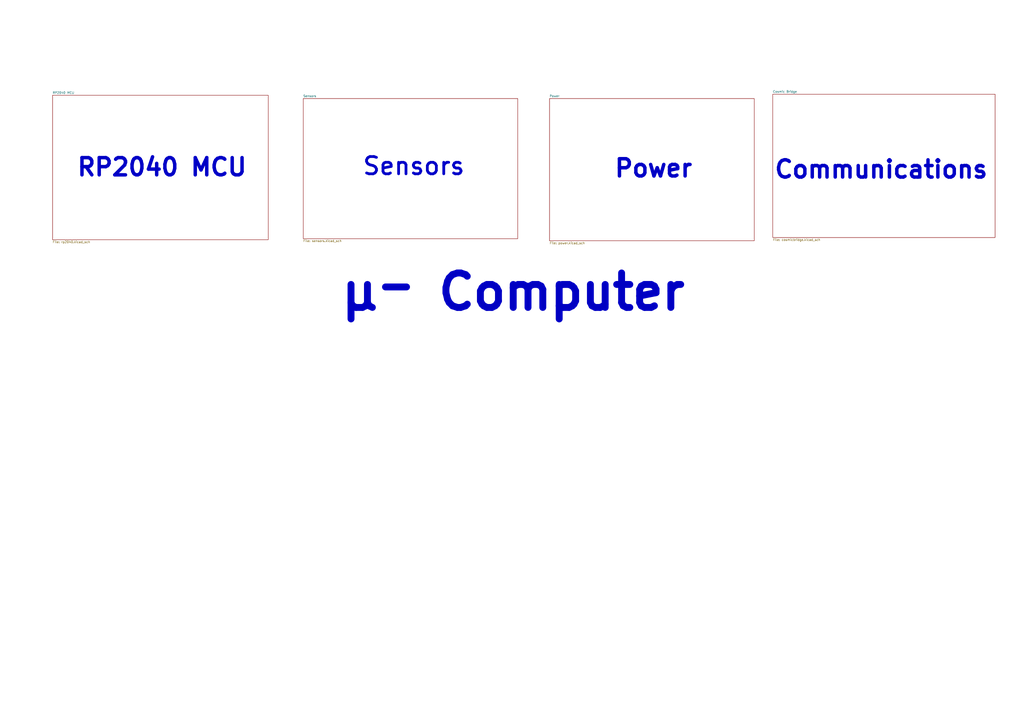
<source format=kicad_sch>
(kicad_sch
	(version 20250114)
	(generator "eeschema")
	(generator_version "9.0")
	(uuid "e4ef350a-b140-44e0-8bc3-973fc24bf90a")
	(paper "A2")
	(lib_symbols)
	(text "Communications"
		(exclude_from_sim no)
		(at 511.175 98.425 0)
		(effects
			(font
				(size 10 10)
				(thickness 2)
				(bold yes)
			)
		)
		(uuid "2074abb8-fa8b-4a52-8432-dec1260189ed")
	)
	(text "Power"
		(exclude_from_sim no)
		(at 379.095 97.79 0)
		(effects
			(font
				(size 10 10)
				(thickness 2)
				(bold yes)
			)
		)
		(uuid "70230e2b-11c0-48f3-bd37-2ded5b86e98f")
	)
	(text "RP2040 MCU"
		(exclude_from_sim no)
		(at 93.98 97.155 0)
		(effects
			(font
				(size 10 10)
				(thickness 2)
				(bold yes)
			)
		)
		(uuid "78516cc1-5de1-4734-ae68-b6343c5a0f58")
	)
	(text "Sensors"
		(exclude_from_sim no)
		(at 240.03 96.52 0)
		(effects
			(font
				(size 10 10)
				(thickness 1.6)
				(bold yes)
			)
		)
		(uuid "cd67d965-c5bb-4170-bca0-236f508749ff")
	)
	(text "μ^{-} Computer"
		(exclude_from_sim no)
		(at 297.815 169.545 0)
		(effects
			(font
				(size 20 20)
				(thickness 4)
				(bold yes)
			)
		)
		(uuid "f8019b0a-48a4-4b85-9504-ef0e6c50cceb")
	)
	(sheet
		(at 30.48 55.245)
		(size 125.095 83.82)
		(exclude_from_sim no)
		(in_bom yes)
		(on_board yes)
		(dnp no)
		(fields_autoplaced yes)
		(stroke
			(width 0.1524)
			(type solid)
		)
		(fill
			(color 0 0 0 0.0000)
		)
		(uuid "06e07132-39d3-4769-b65c-2c1064b388d8")
		(property "Sheetname" "RP2040 MCU"
			(at 30.48 54.5334 0)
			(effects
				(font
					(size 1.27 1.27)
				)
				(justify left bottom)
			)
		)
		(property "Sheetfile" "rp2040.kicad_sch"
			(at 30.48 139.6496 0)
			(effects
				(font
					(size 1.27 1.27)
				)
				(justify left top)
			)
		)
		(instances
			(project "muon_pcb"
				(path "/e4ef350a-b140-44e0-8bc3-973fc24bf90a"
					(page "2")
				)
			)
		)
	)
	(sheet
		(at 318.77 57.15)
		(size 118.745 82.55)
		(exclude_from_sim no)
		(in_bom yes)
		(on_board yes)
		(dnp no)
		(fields_autoplaced yes)
		(stroke
			(width 0.1524)
			(type solid)
		)
		(fill
			(color 0 0 0 0.0000)
		)
		(uuid "10597755-0134-48c2-addf-e26d4e398c8f")
		(property "Sheetname" "Power"
			(at 318.77 56.4384 0)
			(effects
				(font
					(size 1.27 1.27)
				)
				(justify left bottom)
			)
		)
		(property "Sheetfile" "power.kicad_sch"
			(at 318.77 140.2846 0)
			(effects
				(font
					(size 1.27 1.27)
				)
				(justify left top)
			)
		)
		(instances
			(project "muon_pcb"
				(path "/e4ef350a-b140-44e0-8bc3-973fc24bf90a"
					(page "4")
				)
			)
		)
	)
	(sheet
		(at 175.895 57.15)
		(size 124.46 81.28)
		(exclude_from_sim no)
		(in_bom yes)
		(on_board yes)
		(dnp no)
		(fields_autoplaced yes)
		(stroke
			(width 0.1524)
			(type solid)
		)
		(fill
			(color 0 0 0 0.0000)
		)
		(uuid "3ccd8099-b4f2-4c2f-ac31-d7c505bfef59")
		(property "Sheetname" "Sensors"
			(at 175.895 56.4384 0)
			(effects
				(font
					(size 1.27 1.27)
				)
				(justify left bottom)
			)
		)
		(property "Sheetfile" "sensors.kicad_sch"
			(at 175.895 139.0146 0)
			(effects
				(font
					(size 1.27 1.27)
				)
				(justify left top)
			)
		)
		(instances
			(project "muon_pcb"
				(path "/e4ef350a-b140-44e0-8bc3-973fc24bf90a"
					(page "3")
				)
			)
		)
	)
	(sheet
		(at 448.31 54.61)
		(size 128.905 83.185)
		(exclude_from_sim no)
		(in_bom yes)
		(on_board yes)
		(dnp no)
		(fields_autoplaced yes)
		(stroke
			(width 0.1524)
			(type solid)
		)
		(fill
			(color 0 0 0 0.0000)
		)
		(uuid "f2f75698-7215-4a2b-8285-3e4b3531a3e0")
		(property "Sheetname" "Cosmic Bridge"
			(at 448.31 53.8984 0)
			(effects
				(font
					(size 1.27 1.27)
				)
				(justify left bottom)
			)
		)
		(property "Sheetfile" "cosmicbridge.kicad_sch"
			(at 448.31 138.3796 0)
			(effects
				(font
					(size 1.27 1.27)
				)
				(justify left top)
			)
		)
		(instances
			(project "muon_pcb"
				(path "/e4ef350a-b140-44e0-8bc3-973fc24bf90a"
					(page "6")
				)
			)
		)
	)
	(sheet_instances
		(path "/"
			(page "1")
		)
	)
	(embedded_fonts no)
)

</source>
